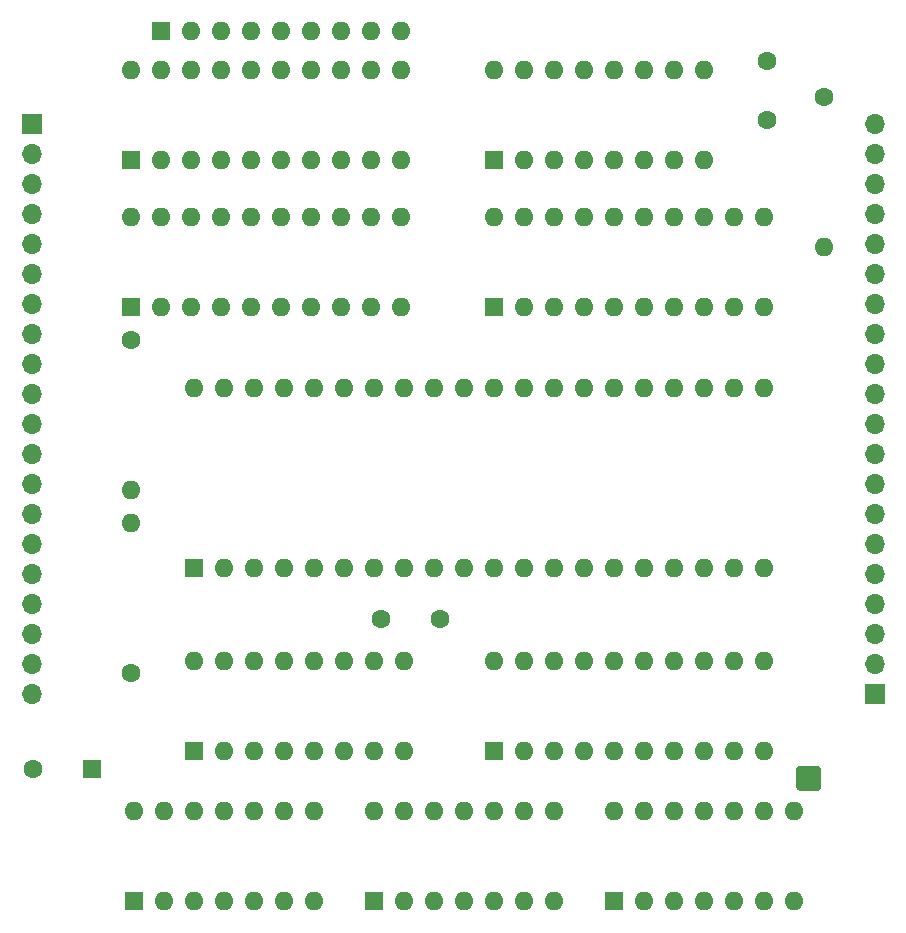
<source format=gts>
G04 #@! TF.GenerationSoftware,KiCad,Pcbnew,5.1.12-84ad8e8a86~92~ubuntu20.04.1*
G04 #@! TF.CreationDate,2022-08-04T15:06:03-04:00*
G04 #@! TF.ProjectId,burgertime-cpu7,62757267-6572-4746-996d-652d63707537,v1.1*
G04 #@! TF.SameCoordinates,Original*
G04 #@! TF.FileFunction,Soldermask,Top*
G04 #@! TF.FilePolarity,Negative*
%FSLAX46Y46*%
G04 Gerber Fmt 4.6, Leading zero omitted, Abs format (unit mm)*
G04 Created by KiCad (PCBNEW 5.1.12-84ad8e8a86~92~ubuntu20.04.1) date 2022-08-04 15:06:03*
%MOMM*%
%LPD*%
G01*
G04 APERTURE LIST*
%ADD10C,1.600000*%
%ADD11R,1.600000X1.600000*%
%ADD12O,1.600000X1.600000*%
%ADD13O,1.700000X1.700000*%
%ADD14R,1.700000X1.700000*%
G04 APERTURE END LIST*
G36*
G01*
X171924000Y-123990000D02*
X171924000Y-122390000D01*
G75*
G02*
X172174000Y-122140000I250000J0D01*
G01*
X173774000Y-122140000D01*
G75*
G02*
X174024000Y-122390000I0J-250000D01*
G01*
X174024000Y-123990000D01*
G75*
G02*
X173774000Y-124240000I-250000J0D01*
G01*
X172174000Y-124240000D01*
G75*
G02*
X171924000Y-123990000I0J250000D01*
G01*
G37*
D10*
X136732000Y-109728000D03*
X141732000Y-109728000D03*
X169418000Y-67484000D03*
X169418000Y-62484000D03*
X107268000Y-122428000D03*
D11*
X112268000Y-122428000D03*
D12*
X120904000Y-90170000D03*
X169164000Y-105410000D03*
X123444000Y-90170000D03*
X166624000Y-105410000D03*
X125984000Y-90170000D03*
X164084000Y-105410000D03*
X128524000Y-90170000D03*
X161544000Y-105410000D03*
X131064000Y-90170000D03*
X159004000Y-105410000D03*
X133604000Y-90170000D03*
X156464000Y-105410000D03*
X136144000Y-90170000D03*
X153924000Y-105410000D03*
X138684000Y-90170000D03*
X151384000Y-105410000D03*
X141224000Y-90170000D03*
X148844000Y-105410000D03*
X143764000Y-90170000D03*
X146304000Y-105410000D03*
X146304000Y-90170000D03*
X143764000Y-105410000D03*
X148844000Y-90170000D03*
X141224000Y-105410000D03*
X151384000Y-90170000D03*
X138684000Y-105410000D03*
X153924000Y-90170000D03*
X136144000Y-105410000D03*
X156464000Y-90170000D03*
X133604000Y-105410000D03*
X159004000Y-90170000D03*
X131064000Y-105410000D03*
X161544000Y-90170000D03*
X128524000Y-105410000D03*
X164084000Y-90170000D03*
X125984000Y-105410000D03*
X166624000Y-90170000D03*
X123444000Y-105410000D03*
X169164000Y-90170000D03*
D11*
X120904000Y-105410000D03*
D12*
X146304000Y-63246000D03*
X164084000Y-70866000D03*
X148844000Y-63246000D03*
X161544000Y-70866000D03*
X151384000Y-63246000D03*
X159004000Y-70866000D03*
X153924000Y-63246000D03*
X156464000Y-70866000D03*
X156464000Y-63246000D03*
X153924000Y-70866000D03*
X159004000Y-63246000D03*
X151384000Y-70866000D03*
X161544000Y-63246000D03*
X148844000Y-70866000D03*
X164084000Y-63246000D03*
D11*
X146304000Y-70866000D03*
D12*
X138430000Y-59944000D03*
X135890000Y-59944000D03*
X133350000Y-59944000D03*
X130810000Y-59944000D03*
X128270000Y-59944000D03*
X125730000Y-59944000D03*
X123190000Y-59944000D03*
X120650000Y-59944000D03*
D11*
X118110000Y-59944000D03*
D12*
X174244000Y-78232000D03*
D10*
X174244000Y-65532000D03*
D12*
X115570000Y-101600000D03*
D10*
X115570000Y-114300000D03*
D12*
X115570000Y-98806000D03*
D10*
X115570000Y-86106000D03*
D13*
X178562000Y-67818000D03*
X178562000Y-70358000D03*
X178562000Y-72898000D03*
X178562000Y-75438000D03*
X178562000Y-77978000D03*
X178562000Y-80518000D03*
X178562000Y-83058000D03*
X178562000Y-85598000D03*
X178562000Y-88138000D03*
X178562000Y-90678000D03*
X178562000Y-93218000D03*
X178562000Y-95758000D03*
X178562000Y-98298000D03*
X178562000Y-100838000D03*
X178562000Y-103378000D03*
X178562000Y-105918000D03*
X178562000Y-108458000D03*
X178562000Y-110998000D03*
X178562000Y-113538000D03*
D14*
X178562000Y-116078000D03*
D13*
X107188000Y-116078000D03*
X107188000Y-113538000D03*
X107188000Y-110998000D03*
X107188000Y-108458000D03*
X107188000Y-105918000D03*
X107188000Y-103378000D03*
X107188000Y-100838000D03*
X107188000Y-98298000D03*
X107188000Y-95758000D03*
X107188000Y-93218000D03*
X107188000Y-90678000D03*
X107188000Y-88138000D03*
X107188000Y-85598000D03*
X107188000Y-83058000D03*
X107188000Y-80518000D03*
X107188000Y-77978000D03*
X107188000Y-75438000D03*
X107188000Y-72898000D03*
X107188000Y-70358000D03*
D14*
X107188000Y-67818000D03*
D12*
X156464000Y-125984000D03*
X171704000Y-133604000D03*
X159004000Y-125984000D03*
X169164000Y-133604000D03*
X161544000Y-125984000D03*
X166624000Y-133604000D03*
X164084000Y-125984000D03*
X164084000Y-133604000D03*
X166624000Y-125984000D03*
X161544000Y-133604000D03*
X169164000Y-125984000D03*
X159004000Y-133604000D03*
X171704000Y-125984000D03*
D11*
X156464000Y-133604000D03*
D12*
X136144000Y-125984000D03*
X151384000Y-133604000D03*
X138684000Y-125984000D03*
X148844000Y-133604000D03*
X141224000Y-125984000D03*
X146304000Y-133604000D03*
X143764000Y-125984000D03*
X143764000Y-133604000D03*
X146304000Y-125984000D03*
X141224000Y-133604000D03*
X148844000Y-125984000D03*
X138684000Y-133604000D03*
X151384000Y-125984000D03*
D11*
X136144000Y-133604000D03*
D12*
X115824000Y-125984000D03*
X131064000Y-133604000D03*
X118364000Y-125984000D03*
X128524000Y-133604000D03*
X120904000Y-125984000D03*
X125984000Y-133604000D03*
X123444000Y-125984000D03*
X123444000Y-133604000D03*
X125984000Y-125984000D03*
X120904000Y-133604000D03*
X128524000Y-125984000D03*
X118364000Y-133604000D03*
X131064000Y-125984000D03*
D11*
X115824000Y-133604000D03*
D12*
X146304000Y-113284000D03*
X169164000Y-120904000D03*
X148844000Y-113284000D03*
X166624000Y-120904000D03*
X151384000Y-113284000D03*
X164084000Y-120904000D03*
X153924000Y-113284000D03*
X161544000Y-120904000D03*
X156464000Y-113284000D03*
X159004000Y-120904000D03*
X159004000Y-113284000D03*
X156464000Y-120904000D03*
X161544000Y-113284000D03*
X153924000Y-120904000D03*
X164084000Y-113284000D03*
X151384000Y-120904000D03*
X166624000Y-113284000D03*
X148844000Y-120904000D03*
X169164000Y-113284000D03*
D11*
X146304000Y-120904000D03*
D12*
X120904000Y-113284000D03*
X138684000Y-120904000D03*
X123444000Y-113284000D03*
X136144000Y-120904000D03*
X125984000Y-113284000D03*
X133604000Y-120904000D03*
X128524000Y-113284000D03*
X131064000Y-120904000D03*
X131064000Y-113284000D03*
X128524000Y-120904000D03*
X133604000Y-113284000D03*
X125984000Y-120904000D03*
X136144000Y-113284000D03*
X123444000Y-120904000D03*
X138684000Y-113284000D03*
D11*
X120904000Y-120904000D03*
D12*
X146304000Y-75692000D03*
X169164000Y-83312000D03*
X148844000Y-75692000D03*
X166624000Y-83312000D03*
X151384000Y-75692000D03*
X164084000Y-83312000D03*
X153924000Y-75692000D03*
X161544000Y-83312000D03*
X156464000Y-75692000D03*
X159004000Y-83312000D03*
X159004000Y-75692000D03*
X156464000Y-83312000D03*
X161544000Y-75692000D03*
X153924000Y-83312000D03*
X164084000Y-75692000D03*
X151384000Y-83312000D03*
X166624000Y-75692000D03*
X148844000Y-83312000D03*
X169164000Y-75692000D03*
D11*
X146304000Y-83312000D03*
D12*
X115570000Y-75692000D03*
X138430000Y-83312000D03*
X118110000Y-75692000D03*
X135890000Y-83312000D03*
X120650000Y-75692000D03*
X133350000Y-83312000D03*
X123190000Y-75692000D03*
X130810000Y-83312000D03*
X125730000Y-75692000D03*
X128270000Y-83312000D03*
X128270000Y-75692000D03*
X125730000Y-83312000D03*
X130810000Y-75692000D03*
X123190000Y-83312000D03*
X133350000Y-75692000D03*
X120650000Y-83312000D03*
X135890000Y-75692000D03*
X118110000Y-83312000D03*
X138430000Y-75692000D03*
D11*
X115570000Y-83312000D03*
D12*
X115570000Y-63246000D03*
X138430000Y-70866000D03*
X118110000Y-63246000D03*
X135890000Y-70866000D03*
X120650000Y-63246000D03*
X133350000Y-70866000D03*
X123190000Y-63246000D03*
X130810000Y-70866000D03*
X125730000Y-63246000D03*
X128270000Y-70866000D03*
X128270000Y-63246000D03*
X125730000Y-70866000D03*
X130810000Y-63246000D03*
X123190000Y-70866000D03*
X133350000Y-63246000D03*
X120650000Y-70866000D03*
X135890000Y-63246000D03*
X118110000Y-70866000D03*
X138430000Y-63246000D03*
D11*
X115570000Y-70866000D03*
M02*

</source>
